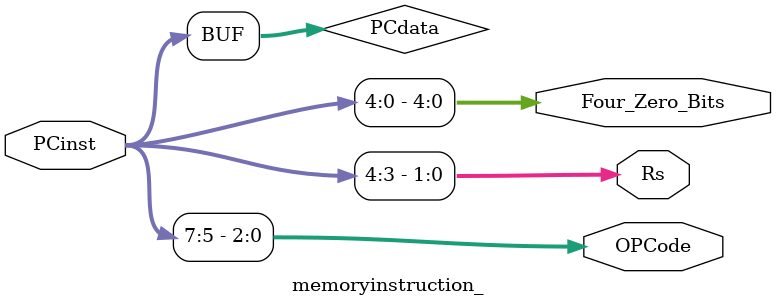
<source format=v>
module memoryinstruction_ (PCinst, OPCode, Rs, Four_Zero_Bits);

    input [7:0]PCinst;                  // Instrução recebida 
    output reg [2:0]OPCode;             // Valor do OPCode da Instrução
    output reg [1:0]Rs;                 // Valor do Rs da Instrução
    output reg [4:0]Four_Zero_Bits;     // Valor dos 4 primeiros bits da Instrução

    reg [7:0]PCdata;

    always@(*)begin
        PCdata         = PCinst;
        OPCode         = PCdata[7:5];
        Rs             = PCdata[4:3];
        Four_Zero_Bits = PCdata[4:0];
    end

endmodule

</source>
